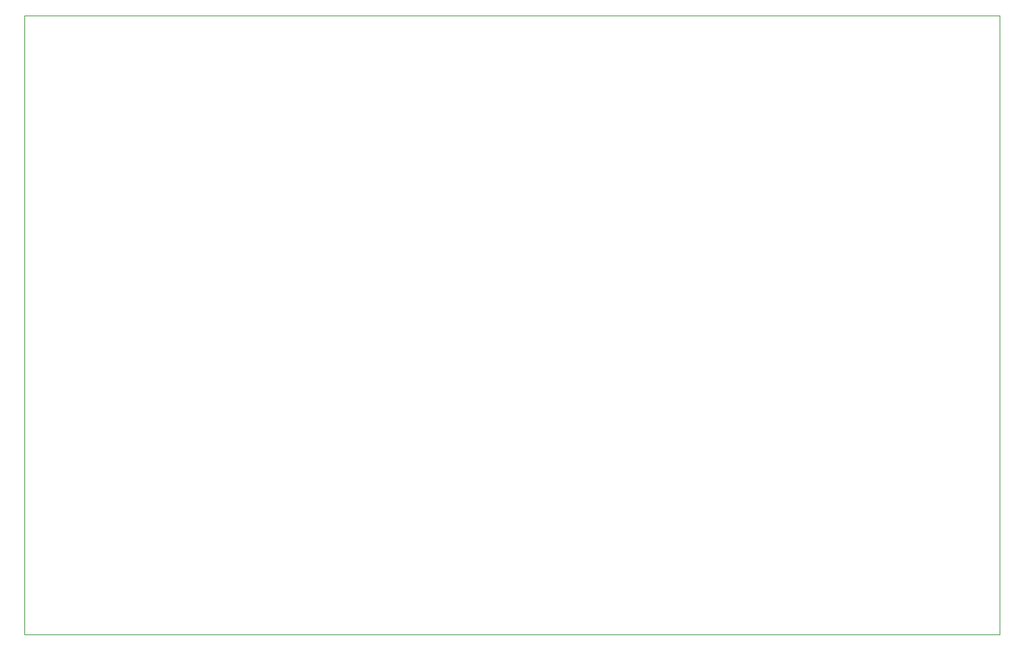
<source format=gbr>
G04 #@! TF.GenerationSoftware,KiCad,Pcbnew,(5.1.5)-2*
G04 #@! TF.CreationDate,2020-07-16T18:28:11-07:00*
G04 #@! TF.ProjectId,LCD_TEST_DEVICE,4c43445f-5445-4535-945f-444556494345,rev?*
G04 #@! TF.SameCoordinates,Original*
G04 #@! TF.FileFunction,Profile,NP*
%FSLAX46Y46*%
G04 Gerber Fmt 4.6, Leading zero omitted, Abs format (unit mm)*
G04 Created by KiCad (PCBNEW (5.1.5)-2) date 2020-07-16 18:28:11*
%MOMM*%
%LPD*%
G04 APERTURE LIST*
%ADD10C,0.050000*%
G04 APERTURE END LIST*
D10*
X11430000Y-88900000D02*
X11430000Y-11430000D01*
X133350000Y-88900000D02*
X11430000Y-88900000D01*
X133350000Y-11430000D02*
X133350000Y-88900000D01*
X11430000Y-11430000D02*
X133350000Y-11430000D01*
M02*

</source>
